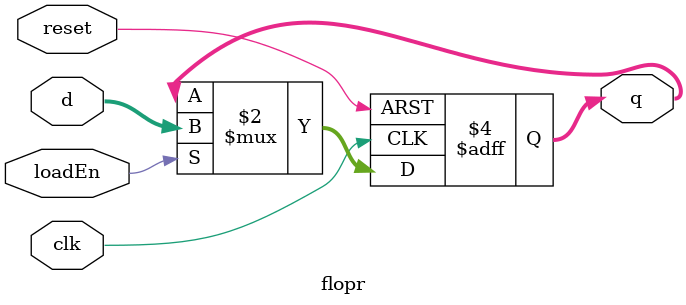
<source format=v>
module flopr  (
    input             clk, reset,
    input             loadEn,
    input      [31:0] d, 
    output reg [31:0] q
);

  always @(posedge clk, posedge reset)
    if (reset) 
        q <= #10 0;
    else if (loadEn)
        q <= #10 d;
endmodule

</source>
